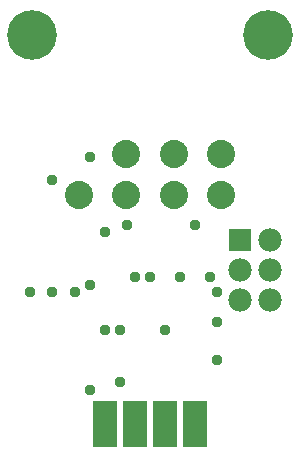
<source format=gbs>
G75*
%MOIN*%
%OFA0B0*%
%FSLAX25Y25*%
%IPPOS*%
%LPD*%
%AMOC8*
5,1,8,0,0,1.08239X$1,22.5*
%
%ADD10R,0.08400X0.15800*%
%ADD11C,0.09400*%
%ADD12C,0.16548*%
%ADD13R,0.07800X0.07800*%
%ADD14C,0.07800*%
%ADD15C,0.03778*%
D10*
X0043500Y0012000D03*
X0053500Y0012000D03*
X0063500Y0012000D03*
X0073500Y0012000D03*
D11*
X0066496Y0088500D03*
X0066496Y0102280D03*
X0050748Y0102280D03*
X0050748Y0088500D03*
X0035000Y0088500D03*
X0082244Y0088500D03*
X0082244Y0102280D03*
D12*
X0097992Y0141650D03*
X0019252Y0141650D03*
D13*
X0088500Y0073500D03*
D14*
X0088500Y0063500D03*
X0088500Y0053500D03*
X0098500Y0053500D03*
X0098500Y0063500D03*
X0098500Y0073500D03*
D15*
X0038500Y0023500D03*
X0048500Y0026000D03*
X0048500Y0043500D03*
X0043500Y0043500D03*
X0033500Y0056000D03*
X0038500Y0058500D03*
X0026000Y0056000D03*
X0018500Y0056000D03*
X0043500Y0076000D03*
X0051000Y0078500D03*
X0053500Y0061000D03*
X0058500Y0061000D03*
X0068500Y0061000D03*
X0078500Y0061000D03*
X0081000Y0056000D03*
X0081000Y0046000D03*
X0081000Y0033500D03*
X0063500Y0043500D03*
X0073500Y0078500D03*
X0038500Y0101000D03*
X0026000Y0093500D03*
M02*

</source>
